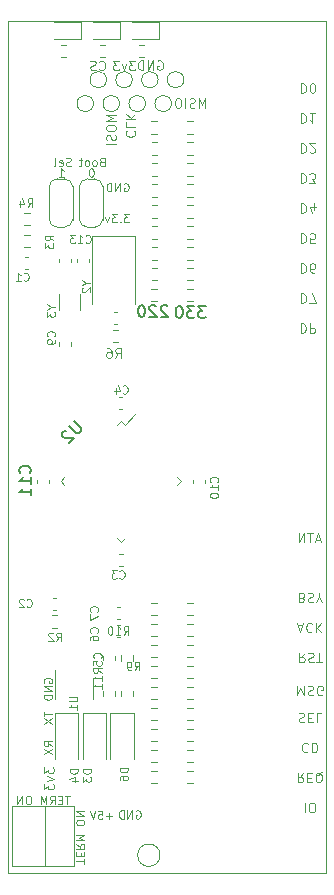
<source format=gbr>
%TF.GenerationSoftware,KiCad,Pcbnew,(5.1.9-16-g1737927814)-1*%
%TF.CreationDate,2021-07-07T15:11:54-05:00*%
%TF.ProjectId,bluepill_scsi,626c7565-7069-46c6-9c5f-736373692e6b,rev?*%
%TF.SameCoordinates,Original*%
%TF.FileFunction,Legend,Bot*%
%TF.FilePolarity,Positive*%
%FSLAX46Y46*%
G04 Gerber Fmt 4.6, Leading zero omitted, Abs format (unit mm)*
G04 Created by KiCad (PCBNEW (5.1.9-16-g1737927814)-1) date 2021-07-07 15:11:54*
%MOMM*%
%LPD*%
G01*
G04 APERTURE LIST*
%ADD10C,0.100000*%
%ADD11C,0.120000*%
%ADD12C,0.150000*%
%TA.AperFunction,Profile*%
%ADD13C,0.050000*%
%TD*%
G04 APERTURE END LIST*
D10*
X93118733Y-147656266D02*
X93118733Y-147256266D01*
X92418733Y-147456266D02*
X93118733Y-147456266D01*
X92785400Y-147022933D02*
X92785400Y-146789600D01*
X92418733Y-146689600D02*
X92418733Y-147022933D01*
X93118733Y-147022933D01*
X93118733Y-146689600D01*
X92418733Y-145989600D02*
X92752066Y-146222933D01*
X92418733Y-146389600D02*
X93118733Y-146389600D01*
X93118733Y-146122933D01*
X93085400Y-146056266D01*
X93052066Y-146022933D01*
X92985400Y-145989600D01*
X92885400Y-145989600D01*
X92818733Y-146022933D01*
X92785400Y-146056266D01*
X92752066Y-146122933D01*
X92752066Y-146389600D01*
X92418733Y-145689600D02*
X93118733Y-145689600D01*
X92618733Y-145456266D01*
X93118733Y-145222933D01*
X92418733Y-145222933D01*
X93118733Y-144222933D02*
X93118733Y-144089600D01*
X93085400Y-144022933D01*
X93018733Y-143956266D01*
X92885400Y-143922933D01*
X92652066Y-143922933D01*
X92518733Y-143956266D01*
X92452066Y-144022933D01*
X92418733Y-144089600D01*
X92418733Y-144222933D01*
X92452066Y-144289600D01*
X92518733Y-144356266D01*
X92652066Y-144389600D01*
X92885400Y-144389600D01*
X93018733Y-144356266D01*
X93085400Y-144289600D01*
X93118733Y-144222933D01*
X92418733Y-143622933D02*
X93118733Y-143622933D01*
X92418733Y-143222933D01*
X93118733Y-143222933D01*
D11*
X89789000Y-147843240D02*
X89789000Y-142808960D01*
X87000080Y-142793720D02*
X87005160Y-142793720D01*
X87000080Y-147883880D02*
X87000080Y-142793720D01*
X92191840Y-147883880D02*
X87000080Y-147883880D01*
X92191840Y-142793720D02*
X87005160Y-142793720D01*
X92191840Y-147883880D02*
X92191840Y-142793720D01*
D10*
X96701645Y-85606830D02*
X96663550Y-85644925D01*
X96625455Y-85759211D01*
X96625455Y-85835401D01*
X96663550Y-85949687D01*
X96739740Y-86025878D01*
X96815931Y-86063973D01*
X96968312Y-86102068D01*
X97082598Y-86102068D01*
X97234979Y-86063973D01*
X97311169Y-86025878D01*
X97387360Y-85949687D01*
X97425455Y-85835401D01*
X97425455Y-85759211D01*
X97387360Y-85644925D01*
X97349264Y-85606830D01*
X96625455Y-84883020D02*
X96625455Y-85263973D01*
X97425455Y-85263973D01*
X96625455Y-84616354D02*
X97425455Y-84616354D01*
X96625455Y-84159211D02*
X97082598Y-84502068D01*
X97425455Y-84159211D02*
X96968312Y-84616354D01*
X103344822Y-83653584D02*
X103344822Y-82853584D01*
X103078156Y-83425013D01*
X102811489Y-82853584D01*
X102811489Y-83653584D01*
X102468632Y-83615489D02*
X102354346Y-83653584D01*
X102163870Y-83653584D01*
X102087680Y-83615489D01*
X102049584Y-83577394D01*
X102011489Y-83501203D01*
X102011489Y-83425013D01*
X102049584Y-83348822D01*
X102087680Y-83310727D01*
X102163870Y-83272632D01*
X102316251Y-83234537D01*
X102392441Y-83196441D01*
X102430537Y-83158346D01*
X102468632Y-83082156D01*
X102468632Y-83005965D01*
X102430537Y-82929775D01*
X102392441Y-82891680D01*
X102316251Y-82853584D01*
X102125775Y-82853584D01*
X102011489Y-82891680D01*
X101668632Y-83653584D02*
X101668632Y-82853584D01*
X101135299Y-82853584D02*
X100982918Y-82853584D01*
X100906727Y-82891680D01*
X100830537Y-82967870D01*
X100792441Y-83120251D01*
X100792441Y-83386918D01*
X100830537Y-83539299D01*
X100906727Y-83615489D01*
X100982918Y-83653584D01*
X101135299Y-83653584D01*
X101211489Y-83615489D01*
X101287680Y-83539299D01*
X101325775Y-83386918D01*
X101325775Y-83120251D01*
X101287680Y-82967870D01*
X101211489Y-82891680D01*
X101135299Y-82853584D01*
X95769384Y-84239257D02*
X94969384Y-84239257D01*
X95540813Y-84505923D01*
X94969384Y-84772590D01*
X95769384Y-84772590D01*
X94969384Y-85305923D02*
X94969384Y-85458304D01*
X95007480Y-85534495D01*
X95083670Y-85610685D01*
X95236051Y-85648780D01*
X95502718Y-85648780D01*
X95655099Y-85610685D01*
X95731289Y-85534495D01*
X95769384Y-85458304D01*
X95769384Y-85305923D01*
X95731289Y-85229733D01*
X95655099Y-85153542D01*
X95502718Y-85115447D01*
X95236051Y-85115447D01*
X95083670Y-85153542D01*
X95007480Y-85229733D01*
X94969384Y-85305923D01*
X95731289Y-85953542D02*
X95769384Y-86067828D01*
X95769384Y-86258304D01*
X95731289Y-86334495D01*
X95693194Y-86372590D01*
X95617003Y-86410685D01*
X95540813Y-86410685D01*
X95464622Y-86372590D01*
X95426527Y-86334495D01*
X95388432Y-86258304D01*
X95350337Y-86105923D01*
X95312241Y-86029733D01*
X95274146Y-85991638D01*
X95197956Y-85953542D01*
X95121765Y-85953542D01*
X95045575Y-85991638D01*
X95007480Y-86029733D01*
X94969384Y-86105923D01*
X94969384Y-86296400D01*
X95007480Y-86410685D01*
X95769384Y-86753542D02*
X94969384Y-86753542D01*
X99308843Y-79686200D02*
X99385034Y-79648104D01*
X99499320Y-79648104D01*
X99613605Y-79686200D01*
X99689796Y-79762390D01*
X99727891Y-79838580D01*
X99765986Y-79990961D01*
X99765986Y-80105247D01*
X99727891Y-80257628D01*
X99689796Y-80333819D01*
X99613605Y-80410009D01*
X99499320Y-80448104D01*
X99423129Y-80448104D01*
X99308843Y-80410009D01*
X99270748Y-80371914D01*
X99270748Y-80105247D01*
X99423129Y-80105247D01*
X98927891Y-80448104D02*
X98927891Y-79648104D01*
X98470748Y-80448104D01*
X98470748Y-79648104D01*
X98089796Y-80448104D02*
X98089796Y-79648104D01*
X97899320Y-79648104D01*
X97785034Y-79686200D01*
X97708843Y-79762390D01*
X97670748Y-79838580D01*
X97632653Y-79990961D01*
X97632653Y-80105247D01*
X97670748Y-80257628D01*
X97708843Y-80333819D01*
X97785034Y-80410009D01*
X97899320Y-80448104D01*
X98089796Y-80448104D01*
X97411420Y-79688744D02*
X96916182Y-79688744D01*
X97182849Y-79993506D01*
X97068563Y-79993506D01*
X96992373Y-80031601D01*
X96954278Y-80069697D01*
X96916182Y-80145887D01*
X96916182Y-80336363D01*
X96954278Y-80412554D01*
X96992373Y-80450649D01*
X97068563Y-80488744D01*
X97297135Y-80488744D01*
X97373325Y-80450649D01*
X97411420Y-80412554D01*
X96649516Y-79955411D02*
X96459040Y-80488744D01*
X96268563Y-79955411D01*
X96039992Y-79688744D02*
X95544754Y-79688744D01*
X95811420Y-79993506D01*
X95697135Y-79993506D01*
X95620944Y-80031601D01*
X95582849Y-80069697D01*
X95544754Y-80145887D01*
X95544754Y-80336363D01*
X95582849Y-80412554D01*
X95620944Y-80450649D01*
X95697135Y-80488744D01*
X95925706Y-80488744D01*
X96001897Y-80450649D01*
X96039992Y-80412554D01*
X90970760Y-89490986D02*
X91370760Y-89490986D01*
X91170760Y-89490986D02*
X91170760Y-88790986D01*
X91237426Y-88890986D01*
X91304093Y-88957653D01*
X91370760Y-88990986D01*
X91867706Y-141917626D02*
X91467706Y-141917626D01*
X91667706Y-142617626D02*
X91667706Y-141917626D01*
X91234373Y-142250960D02*
X91001040Y-142250960D01*
X90901040Y-142617626D02*
X91234373Y-142617626D01*
X91234373Y-141917626D01*
X90901040Y-141917626D01*
X90201040Y-142617626D02*
X90434373Y-142284293D01*
X90601040Y-142617626D02*
X90601040Y-141917626D01*
X90334373Y-141917626D01*
X90267706Y-141950960D01*
X90234373Y-141984293D01*
X90201040Y-142050960D01*
X90201040Y-142150960D01*
X90234373Y-142217626D01*
X90267706Y-142250960D01*
X90334373Y-142284293D01*
X90601040Y-142284293D01*
X89901040Y-142617626D02*
X89901040Y-141917626D01*
X89667706Y-142417626D01*
X89434373Y-141917626D01*
X89434373Y-142617626D01*
X88434373Y-141917626D02*
X88301040Y-141917626D01*
X88234373Y-141950960D01*
X88167706Y-142017626D01*
X88134373Y-142150960D01*
X88134373Y-142384293D01*
X88167706Y-142517626D01*
X88234373Y-142584293D01*
X88301040Y-142617626D01*
X88434373Y-142617626D01*
X88501040Y-142584293D01*
X88567706Y-142517626D01*
X88601040Y-142384293D01*
X88601040Y-142150960D01*
X88567706Y-142017626D01*
X88501040Y-141950960D01*
X88434373Y-141917626D01*
X87834373Y-142617626D02*
X87834373Y-141917626D01*
X87434373Y-142617626D01*
X87434373Y-141917626D01*
X96890080Y-92651786D02*
X96456746Y-92651786D01*
X96690080Y-92918453D01*
X96590080Y-92918453D01*
X96523413Y-92951786D01*
X96490080Y-92985120D01*
X96456746Y-93051786D01*
X96456746Y-93218453D01*
X96490080Y-93285120D01*
X96523413Y-93318453D01*
X96590080Y-93351786D01*
X96790080Y-93351786D01*
X96856746Y-93318453D01*
X96890080Y-93285120D01*
X96156746Y-93285120D02*
X96123413Y-93318453D01*
X96156746Y-93351786D01*
X96190080Y-93318453D01*
X96156746Y-93285120D01*
X96156746Y-93351786D01*
X95890080Y-92651786D02*
X95456746Y-92651786D01*
X95690080Y-92918453D01*
X95590080Y-92918453D01*
X95523413Y-92951786D01*
X95490080Y-92985120D01*
X95456746Y-93051786D01*
X95456746Y-93218453D01*
X95490080Y-93285120D01*
X95523413Y-93318453D01*
X95590080Y-93351786D01*
X95790080Y-93351786D01*
X95856746Y-93318453D01*
X95890080Y-93285120D01*
X95223413Y-92885120D02*
X95056746Y-93351786D01*
X94890080Y-92885120D01*
X96458973Y-90074000D02*
X96525640Y-90040666D01*
X96625640Y-90040666D01*
X96725640Y-90074000D01*
X96792306Y-90140666D01*
X96825640Y-90207333D01*
X96858973Y-90340666D01*
X96858973Y-90440666D01*
X96825640Y-90574000D01*
X96792306Y-90640666D01*
X96725640Y-90707333D01*
X96625640Y-90740666D01*
X96558973Y-90740666D01*
X96458973Y-90707333D01*
X96425640Y-90674000D01*
X96425640Y-90440666D01*
X96558973Y-90440666D01*
X96125640Y-90740666D02*
X96125640Y-90040666D01*
X95725640Y-90740666D01*
X95725640Y-90040666D01*
X95392306Y-90740666D02*
X95392306Y-90040666D01*
X95225640Y-90040666D01*
X95125640Y-90074000D01*
X95058973Y-90140666D01*
X95025640Y-90207333D01*
X94992306Y-90340666D01*
X94992306Y-90440666D01*
X95025640Y-90574000D01*
X95058973Y-90640666D01*
X95125640Y-90707333D01*
X95225640Y-90740666D01*
X95392306Y-90740666D01*
X93728853Y-88790986D02*
X93662186Y-88790986D01*
X93595520Y-88824320D01*
X93562186Y-88857653D01*
X93528853Y-88924320D01*
X93495520Y-89057653D01*
X93495520Y-89224320D01*
X93528853Y-89357653D01*
X93562186Y-89424320D01*
X93595520Y-89457653D01*
X93662186Y-89490986D01*
X93728853Y-89490986D01*
X93795520Y-89457653D01*
X93828853Y-89424320D01*
X93862186Y-89357653D01*
X93895520Y-89224320D01*
X93895520Y-89057653D01*
X93862186Y-88924320D01*
X93828853Y-88857653D01*
X93795520Y-88824320D01*
X93728853Y-88790986D01*
X94581746Y-88208960D02*
X94481746Y-88242293D01*
X94448413Y-88275626D01*
X94415080Y-88342293D01*
X94415080Y-88442293D01*
X94448413Y-88508960D01*
X94481746Y-88542293D01*
X94548413Y-88575626D01*
X94815080Y-88575626D01*
X94815080Y-87875626D01*
X94581746Y-87875626D01*
X94515080Y-87908960D01*
X94481746Y-87942293D01*
X94448413Y-88008960D01*
X94448413Y-88075626D01*
X94481746Y-88142293D01*
X94515080Y-88175626D01*
X94581746Y-88208960D01*
X94815080Y-88208960D01*
X94015080Y-88575626D02*
X94081746Y-88542293D01*
X94115080Y-88508960D01*
X94148413Y-88442293D01*
X94148413Y-88242293D01*
X94115080Y-88175626D01*
X94081746Y-88142293D01*
X94015080Y-88108960D01*
X93915080Y-88108960D01*
X93848413Y-88142293D01*
X93815080Y-88175626D01*
X93781746Y-88242293D01*
X93781746Y-88442293D01*
X93815080Y-88508960D01*
X93848413Y-88542293D01*
X93915080Y-88575626D01*
X94015080Y-88575626D01*
X93381746Y-88575626D02*
X93448413Y-88542293D01*
X93481746Y-88508960D01*
X93515080Y-88442293D01*
X93515080Y-88242293D01*
X93481746Y-88175626D01*
X93448413Y-88142293D01*
X93381746Y-88108960D01*
X93281746Y-88108960D01*
X93215080Y-88142293D01*
X93181746Y-88175626D01*
X93148413Y-88242293D01*
X93148413Y-88442293D01*
X93181746Y-88508960D01*
X93215080Y-88542293D01*
X93281746Y-88575626D01*
X93381746Y-88575626D01*
X92948413Y-88108960D02*
X92681746Y-88108960D01*
X92848413Y-87875626D02*
X92848413Y-88475626D01*
X92815080Y-88542293D01*
X92748413Y-88575626D01*
X92681746Y-88575626D01*
X91948413Y-88542293D02*
X91848413Y-88575626D01*
X91681746Y-88575626D01*
X91615080Y-88542293D01*
X91581746Y-88508960D01*
X91548413Y-88442293D01*
X91548413Y-88375626D01*
X91581746Y-88308960D01*
X91615080Y-88275626D01*
X91681746Y-88242293D01*
X91815080Y-88208960D01*
X91881746Y-88175626D01*
X91915080Y-88142293D01*
X91948413Y-88075626D01*
X91948413Y-88008960D01*
X91915080Y-87942293D01*
X91881746Y-87908960D01*
X91815080Y-87875626D01*
X91648413Y-87875626D01*
X91548413Y-87908960D01*
X90981746Y-88542293D02*
X91048413Y-88575626D01*
X91181746Y-88575626D01*
X91248413Y-88542293D01*
X91281746Y-88475626D01*
X91281746Y-88208960D01*
X91248413Y-88142293D01*
X91181746Y-88108960D01*
X91048413Y-88108960D01*
X90981746Y-88142293D01*
X90948413Y-88208960D01*
X90948413Y-88275626D01*
X91281746Y-88342293D01*
X90548413Y-88575626D02*
X90615080Y-88542293D01*
X90648413Y-88475626D01*
X90648413Y-87875626D01*
X94377493Y-80392234D02*
X94415588Y-80430329D01*
X94529874Y-80468424D01*
X94606064Y-80468424D01*
X94720350Y-80430329D01*
X94796540Y-80354139D01*
X94834636Y-80277948D01*
X94872731Y-80125567D01*
X94872731Y-80011281D01*
X94834636Y-79858900D01*
X94796540Y-79782710D01*
X94720350Y-79706520D01*
X94606064Y-79668424D01*
X94529874Y-79668424D01*
X94415588Y-79706520D01*
X94377493Y-79744615D01*
X94072731Y-80430329D02*
X93958445Y-80468424D01*
X93767969Y-80468424D01*
X93691779Y-80430329D01*
X93653683Y-80392234D01*
X93615588Y-80316043D01*
X93615588Y-80239853D01*
X93653683Y-80163662D01*
X93691779Y-80125567D01*
X93767969Y-80087472D01*
X93920350Y-80049377D01*
X93996540Y-80011281D01*
X94034636Y-79973186D01*
X94072731Y-79896996D01*
X94072731Y-79820805D01*
X94034636Y-79744615D01*
X93996540Y-79706520D01*
X93920350Y-79668424D01*
X93729874Y-79668424D01*
X93615588Y-79706520D01*
X89727680Y-132318826D02*
X89694346Y-132252160D01*
X89694346Y-132152160D01*
X89727680Y-132052160D01*
X89794346Y-131985493D01*
X89861013Y-131952160D01*
X89994346Y-131918826D01*
X90094346Y-131918826D01*
X90227680Y-131952160D01*
X90294346Y-131985493D01*
X90361013Y-132052160D01*
X90394346Y-132152160D01*
X90394346Y-132218826D01*
X90361013Y-132318826D01*
X90327680Y-132352160D01*
X90094346Y-132352160D01*
X90094346Y-132218826D01*
X90394346Y-132652160D02*
X89694346Y-132652160D01*
X90394346Y-133052160D01*
X89694346Y-133052160D01*
X90394346Y-133385493D02*
X89694346Y-133385493D01*
X89694346Y-133552160D01*
X89727680Y-133652160D01*
X89794346Y-133718826D01*
X89861013Y-133752160D01*
X89994346Y-133785493D01*
X90094346Y-133785493D01*
X90227680Y-133752160D01*
X90294346Y-133718826D01*
X90361013Y-133652160D01*
X90394346Y-133552160D01*
X90394346Y-133385493D01*
X89711584Y-139499459D02*
X89711584Y-139994697D01*
X90016346Y-139728030D01*
X90016346Y-139842316D01*
X90054441Y-139918506D01*
X90092537Y-139956601D01*
X90168727Y-139994697D01*
X90359203Y-139994697D01*
X90435394Y-139956601D01*
X90473489Y-139918506D01*
X90511584Y-139842316D01*
X90511584Y-139613744D01*
X90473489Y-139537554D01*
X90435394Y-139499459D01*
X89978251Y-140261363D02*
X90511584Y-140451840D01*
X89978251Y-140642316D01*
X89711584Y-140870887D02*
X89711584Y-141366125D01*
X90016346Y-141099459D01*
X90016346Y-141213744D01*
X90054441Y-141289935D01*
X90092537Y-141328030D01*
X90168727Y-141366125D01*
X90359203Y-141366125D01*
X90435394Y-141328030D01*
X90473489Y-141289935D01*
X90511584Y-141213744D01*
X90511584Y-140985173D01*
X90473489Y-140908982D01*
X90435394Y-140870887D01*
X90394346Y-137688493D02*
X90061013Y-137455160D01*
X90394346Y-137288493D02*
X89694346Y-137288493D01*
X89694346Y-137555160D01*
X89727680Y-137621826D01*
X89761013Y-137655160D01*
X89827680Y-137688493D01*
X89927680Y-137688493D01*
X89994346Y-137655160D01*
X90027680Y-137621826D01*
X90061013Y-137555160D01*
X90061013Y-137288493D01*
X89694346Y-137921826D02*
X90394346Y-138388493D01*
X89694346Y-138388493D02*
X90394346Y-137921826D01*
X89694346Y-134772466D02*
X89694346Y-135172466D01*
X90394346Y-134972466D02*
X89694346Y-134972466D01*
X89694346Y-135339133D02*
X90394346Y-135805800D01*
X89694346Y-135805800D02*
X90394346Y-135339133D01*
X97490213Y-143170160D02*
X97556880Y-143136826D01*
X97656880Y-143136826D01*
X97756880Y-143170160D01*
X97823546Y-143236826D01*
X97856880Y-143303493D01*
X97890213Y-143436826D01*
X97890213Y-143536826D01*
X97856880Y-143670160D01*
X97823546Y-143736826D01*
X97756880Y-143803493D01*
X97656880Y-143836826D01*
X97590213Y-143836826D01*
X97490213Y-143803493D01*
X97456880Y-143770160D01*
X97456880Y-143536826D01*
X97590213Y-143536826D01*
X97156880Y-143836826D02*
X97156880Y-143136826D01*
X96756880Y-143836826D01*
X96756880Y-143136826D01*
X96423546Y-143836826D02*
X96423546Y-143136826D01*
X96256880Y-143136826D01*
X96156880Y-143170160D01*
X96090213Y-143236826D01*
X96056880Y-143303493D01*
X96023546Y-143436826D01*
X96023546Y-143536826D01*
X96056880Y-143670160D01*
X96090213Y-143736826D01*
X96156880Y-143803493D01*
X96256880Y-143836826D01*
X96423546Y-143836826D01*
X95474360Y-143626040D02*
X94941026Y-143626040D01*
X95207693Y-143892706D02*
X95207693Y-143359373D01*
X94274360Y-143192706D02*
X94607693Y-143192706D01*
X94641026Y-143526040D01*
X94607693Y-143492706D01*
X94541026Y-143459373D01*
X94374360Y-143459373D01*
X94307693Y-143492706D01*
X94274360Y-143526040D01*
X94241026Y-143592706D01*
X94241026Y-143759373D01*
X94274360Y-143826040D01*
X94307693Y-143859373D01*
X94374360Y-143892706D01*
X94541026Y-143892706D01*
X94607693Y-143859373D01*
X94641026Y-143826040D01*
X94041026Y-143192706D02*
X93807693Y-143892706D01*
X93574360Y-143192706D01*
X111428603Y-81593735D02*
X111428603Y-82393735D01*
X111619080Y-82393735D01*
X111733365Y-82355640D01*
X111809556Y-82279449D01*
X111847651Y-82203259D01*
X111885746Y-82050878D01*
X111885746Y-81936592D01*
X111847651Y-81784211D01*
X111809556Y-81708020D01*
X111733365Y-81631830D01*
X111619080Y-81593735D01*
X111428603Y-81593735D01*
X112380984Y-82393735D02*
X112457175Y-82393735D01*
X112533365Y-82355640D01*
X112571460Y-82317544D01*
X112609556Y-82241354D01*
X112647651Y-82088973D01*
X112647651Y-81898497D01*
X112609556Y-81746116D01*
X112571460Y-81669925D01*
X112533365Y-81631830D01*
X112457175Y-81593735D01*
X112380984Y-81593735D01*
X112304794Y-81631830D01*
X112266699Y-81669925D01*
X112228603Y-81746116D01*
X112190508Y-81898497D01*
X112190508Y-82088973D01*
X112228603Y-82241354D01*
X112266699Y-82317544D01*
X112304794Y-82355640D01*
X112380984Y-82393735D01*
X111428603Y-84133735D02*
X111428603Y-84933735D01*
X111619080Y-84933735D01*
X111733365Y-84895640D01*
X111809556Y-84819449D01*
X111847651Y-84743259D01*
X111885746Y-84590878D01*
X111885746Y-84476592D01*
X111847651Y-84324211D01*
X111809556Y-84248020D01*
X111733365Y-84171830D01*
X111619080Y-84133735D01*
X111428603Y-84133735D01*
X112647651Y-84133735D02*
X112190508Y-84133735D01*
X112419080Y-84133735D02*
X112419080Y-84933735D01*
X112342889Y-84819449D01*
X112266699Y-84743259D01*
X112190508Y-84705163D01*
X111428603Y-86673735D02*
X111428603Y-87473735D01*
X111619080Y-87473735D01*
X111733365Y-87435640D01*
X111809556Y-87359449D01*
X111847651Y-87283259D01*
X111885746Y-87130878D01*
X111885746Y-87016592D01*
X111847651Y-86864211D01*
X111809556Y-86788020D01*
X111733365Y-86711830D01*
X111619080Y-86673735D01*
X111428603Y-86673735D01*
X112190508Y-87397544D02*
X112228603Y-87435640D01*
X112304794Y-87473735D01*
X112495270Y-87473735D01*
X112571460Y-87435640D01*
X112609556Y-87397544D01*
X112647651Y-87321354D01*
X112647651Y-87245163D01*
X112609556Y-87130878D01*
X112152413Y-86673735D01*
X112647651Y-86673735D01*
X111428603Y-89213735D02*
X111428603Y-90013735D01*
X111619080Y-90013735D01*
X111733365Y-89975640D01*
X111809556Y-89899449D01*
X111847651Y-89823259D01*
X111885746Y-89670878D01*
X111885746Y-89556592D01*
X111847651Y-89404211D01*
X111809556Y-89328020D01*
X111733365Y-89251830D01*
X111619080Y-89213735D01*
X111428603Y-89213735D01*
X112152413Y-90013735D02*
X112647651Y-90013735D01*
X112380984Y-89708973D01*
X112495270Y-89708973D01*
X112571460Y-89670878D01*
X112609556Y-89632782D01*
X112647651Y-89556592D01*
X112647651Y-89366116D01*
X112609556Y-89289925D01*
X112571460Y-89251830D01*
X112495270Y-89213735D01*
X112266699Y-89213735D01*
X112190508Y-89251830D01*
X112152413Y-89289925D01*
X111428603Y-91753735D02*
X111428603Y-92553735D01*
X111619080Y-92553735D01*
X111733365Y-92515640D01*
X111809556Y-92439449D01*
X111847651Y-92363259D01*
X111885746Y-92210878D01*
X111885746Y-92096592D01*
X111847651Y-91944211D01*
X111809556Y-91868020D01*
X111733365Y-91791830D01*
X111619080Y-91753735D01*
X111428603Y-91753735D01*
X112571460Y-92287068D02*
X112571460Y-91753735D01*
X112380984Y-92591830D02*
X112190508Y-92020401D01*
X112685746Y-92020401D01*
X111428603Y-94293735D02*
X111428603Y-95093735D01*
X111619080Y-95093735D01*
X111733365Y-95055640D01*
X111809556Y-94979449D01*
X111847651Y-94903259D01*
X111885746Y-94750878D01*
X111885746Y-94636592D01*
X111847651Y-94484211D01*
X111809556Y-94408020D01*
X111733365Y-94331830D01*
X111619080Y-94293735D01*
X111428603Y-94293735D01*
X112609556Y-95093735D02*
X112228603Y-95093735D01*
X112190508Y-94712782D01*
X112228603Y-94750878D01*
X112304794Y-94788973D01*
X112495270Y-94788973D01*
X112571460Y-94750878D01*
X112609556Y-94712782D01*
X112647651Y-94636592D01*
X112647651Y-94446116D01*
X112609556Y-94369925D01*
X112571460Y-94331830D01*
X112495270Y-94293735D01*
X112304794Y-94293735D01*
X112228603Y-94331830D01*
X112190508Y-94369925D01*
X111428603Y-96833735D02*
X111428603Y-97633735D01*
X111619080Y-97633735D01*
X111733365Y-97595640D01*
X111809556Y-97519449D01*
X111847651Y-97443259D01*
X111885746Y-97290878D01*
X111885746Y-97176592D01*
X111847651Y-97024211D01*
X111809556Y-96948020D01*
X111733365Y-96871830D01*
X111619080Y-96833735D01*
X111428603Y-96833735D01*
X112571460Y-97633735D02*
X112419080Y-97633735D01*
X112342889Y-97595640D01*
X112304794Y-97557544D01*
X112228603Y-97443259D01*
X112190508Y-97290878D01*
X112190508Y-96986116D01*
X112228603Y-96909925D01*
X112266699Y-96871830D01*
X112342889Y-96833735D01*
X112495270Y-96833735D01*
X112571460Y-96871830D01*
X112609556Y-96909925D01*
X112647651Y-96986116D01*
X112647651Y-97176592D01*
X112609556Y-97252782D01*
X112571460Y-97290878D01*
X112495270Y-97328973D01*
X112342889Y-97328973D01*
X112266699Y-97290878D01*
X112228603Y-97252782D01*
X112190508Y-97176592D01*
X111428603Y-99373735D02*
X111428603Y-100173735D01*
X111619080Y-100173735D01*
X111733365Y-100135640D01*
X111809556Y-100059449D01*
X111847651Y-99983259D01*
X111885746Y-99830878D01*
X111885746Y-99716592D01*
X111847651Y-99564211D01*
X111809556Y-99488020D01*
X111733365Y-99411830D01*
X111619080Y-99373735D01*
X111428603Y-99373735D01*
X112152413Y-100173735D02*
X112685746Y-100173735D01*
X112342889Y-99373735D01*
X111409556Y-101913735D02*
X111409556Y-102713735D01*
X111600032Y-102713735D01*
X111714318Y-102675640D01*
X111790508Y-102599449D01*
X111828603Y-102523259D01*
X111866699Y-102370878D01*
X111866699Y-102256592D01*
X111828603Y-102104211D01*
X111790508Y-102028020D01*
X111714318Y-101951830D01*
X111600032Y-101913735D01*
X111409556Y-101913735D01*
X112209556Y-101913735D02*
X112209556Y-102713735D01*
X112514318Y-102713735D01*
X112590508Y-102675640D01*
X112628603Y-102637544D01*
X112666699Y-102561354D01*
X112666699Y-102447068D01*
X112628603Y-102370878D01*
X112590508Y-102332782D01*
X112514318Y-102294687D01*
X112209556Y-102294687D01*
X113065445Y-120214373D02*
X112684493Y-120214373D01*
X113141636Y-120442944D02*
X112874969Y-119642944D01*
X112608302Y-120442944D01*
X112455921Y-119642944D02*
X111998779Y-119642944D01*
X112227350Y-120442944D02*
X112227350Y-119642944D01*
X111732112Y-120442944D02*
X111732112Y-119642944D01*
X111274969Y-120442944D01*
X111274969Y-119642944D01*
X111520053Y-125131822D02*
X111634339Y-125093727D01*
X111672434Y-125055632D01*
X111710529Y-124979441D01*
X111710529Y-124865156D01*
X111672434Y-124788965D01*
X111634339Y-124750870D01*
X111558148Y-124712775D01*
X111253386Y-124712775D01*
X111253386Y-125512775D01*
X111520053Y-125512775D01*
X111596243Y-125474680D01*
X111634339Y-125436584D01*
X111672434Y-125360394D01*
X111672434Y-125284203D01*
X111634339Y-125208013D01*
X111596243Y-125169918D01*
X111520053Y-125131822D01*
X111253386Y-125131822D01*
X112015291Y-124750870D02*
X112129577Y-124712775D01*
X112320053Y-124712775D01*
X112396243Y-124750870D01*
X112434339Y-124788965D01*
X112472434Y-124865156D01*
X112472434Y-124941346D01*
X112434339Y-125017537D01*
X112396243Y-125055632D01*
X112320053Y-125093727D01*
X112167672Y-125131822D01*
X112091481Y-125169918D01*
X112053386Y-125208013D01*
X112015291Y-125284203D01*
X112015291Y-125360394D01*
X112053386Y-125436584D01*
X112091481Y-125474680D01*
X112167672Y-125512775D01*
X112358148Y-125512775D01*
X112472434Y-125474680D01*
X112967672Y-125093727D02*
X112967672Y-124712775D01*
X112701005Y-125512775D02*
X112967672Y-125093727D01*
X113234339Y-125512775D01*
X111196243Y-127481346D02*
X111577196Y-127481346D01*
X111120053Y-127252775D02*
X111386720Y-128052775D01*
X111653386Y-127252775D01*
X112377196Y-127328965D02*
X112339100Y-127290870D01*
X112224815Y-127252775D01*
X112148624Y-127252775D01*
X112034339Y-127290870D01*
X111958148Y-127367060D01*
X111920053Y-127443251D01*
X111881958Y-127595632D01*
X111881958Y-127709918D01*
X111920053Y-127862299D01*
X111958148Y-127938489D01*
X112034339Y-128014680D01*
X112148624Y-128052775D01*
X112224815Y-128052775D01*
X112339100Y-128014680D01*
X112377196Y-127976584D01*
X112720053Y-127252775D02*
X112720053Y-128052775D01*
X113177196Y-127252775D02*
X112834339Y-127709918D01*
X113177196Y-128052775D02*
X112720053Y-127595632D01*
X111748624Y-129792775D02*
X111481958Y-130173727D01*
X111291481Y-129792775D02*
X111291481Y-130592775D01*
X111596243Y-130592775D01*
X111672434Y-130554680D01*
X111710529Y-130516584D01*
X111748624Y-130440394D01*
X111748624Y-130326108D01*
X111710529Y-130249918D01*
X111672434Y-130211822D01*
X111596243Y-130173727D01*
X111291481Y-130173727D01*
X112053386Y-129830870D02*
X112167672Y-129792775D01*
X112358148Y-129792775D01*
X112434339Y-129830870D01*
X112472434Y-129868965D01*
X112510529Y-129945156D01*
X112510529Y-130021346D01*
X112472434Y-130097537D01*
X112434339Y-130135632D01*
X112358148Y-130173727D01*
X112205767Y-130211822D01*
X112129577Y-130249918D01*
X112091481Y-130288013D01*
X112053386Y-130364203D01*
X112053386Y-130440394D01*
X112091481Y-130516584D01*
X112129577Y-130554680D01*
X112205767Y-130592775D01*
X112396243Y-130592775D01*
X112510529Y-130554680D01*
X112739100Y-130592775D02*
X113196243Y-130592775D01*
X112967672Y-129792775D02*
X112967672Y-130592775D01*
X111139100Y-132586775D02*
X111139100Y-133386775D01*
X111405767Y-132815346D01*
X111672434Y-133386775D01*
X111672434Y-132586775D01*
X112015291Y-132624870D02*
X112129577Y-132586775D01*
X112320053Y-132586775D01*
X112396243Y-132624870D01*
X112434339Y-132662965D01*
X112472434Y-132739156D01*
X112472434Y-132815346D01*
X112434339Y-132891537D01*
X112396243Y-132929632D01*
X112320053Y-132967727D01*
X112167672Y-133005822D01*
X112091481Y-133043918D01*
X112053386Y-133082013D01*
X112015291Y-133158203D01*
X112015291Y-133234394D01*
X112053386Y-133310584D01*
X112091481Y-133348680D01*
X112167672Y-133386775D01*
X112358148Y-133386775D01*
X112472434Y-133348680D01*
X113234339Y-133348680D02*
X113158148Y-133386775D01*
X113043862Y-133386775D01*
X112929577Y-133348680D01*
X112853386Y-133272489D01*
X112815291Y-133196299D01*
X112777196Y-133043918D01*
X112777196Y-132929632D01*
X112815291Y-132777251D01*
X112853386Y-132701060D01*
X112929577Y-132624870D01*
X113043862Y-132586775D01*
X113120053Y-132586775D01*
X113234339Y-132624870D01*
X113272434Y-132662965D01*
X113272434Y-132929632D01*
X113120053Y-132929632D01*
X111272434Y-134910870D02*
X111386720Y-134872775D01*
X111577196Y-134872775D01*
X111653386Y-134910870D01*
X111691481Y-134948965D01*
X111729577Y-135025156D01*
X111729577Y-135101346D01*
X111691481Y-135177537D01*
X111653386Y-135215632D01*
X111577196Y-135253727D01*
X111424815Y-135291822D01*
X111348624Y-135329918D01*
X111310529Y-135368013D01*
X111272434Y-135444203D01*
X111272434Y-135520394D01*
X111310529Y-135596584D01*
X111348624Y-135634680D01*
X111424815Y-135672775D01*
X111615291Y-135672775D01*
X111729577Y-135634680D01*
X112072434Y-135291822D02*
X112339100Y-135291822D01*
X112453386Y-134872775D02*
X112072434Y-134872775D01*
X112072434Y-135672775D01*
X112453386Y-135672775D01*
X113177196Y-134872775D02*
X112796243Y-134872775D01*
X112796243Y-135672775D01*
X112034339Y-137488965D02*
X111996243Y-137450870D01*
X111881958Y-137412775D01*
X111805767Y-137412775D01*
X111691481Y-137450870D01*
X111615291Y-137527060D01*
X111577196Y-137603251D01*
X111539100Y-137755632D01*
X111539100Y-137869918D01*
X111577196Y-138022299D01*
X111615291Y-138098489D01*
X111691481Y-138174680D01*
X111805767Y-138212775D01*
X111881958Y-138212775D01*
X111996243Y-138174680D01*
X112034339Y-138136584D01*
X112377196Y-137412775D02*
X112377196Y-138212775D01*
X112567672Y-138212775D01*
X112681958Y-138174680D01*
X112758148Y-138098489D01*
X112796243Y-138022299D01*
X112834339Y-137869918D01*
X112834339Y-137755632D01*
X112796243Y-137603251D01*
X112758148Y-137527060D01*
X112681958Y-137450870D01*
X112567672Y-137412775D01*
X112377196Y-137412775D01*
X111653386Y-139952775D02*
X111386720Y-140333727D01*
X111196243Y-139952775D02*
X111196243Y-140752775D01*
X111501005Y-140752775D01*
X111577196Y-140714680D01*
X111615291Y-140676584D01*
X111653386Y-140600394D01*
X111653386Y-140486108D01*
X111615291Y-140409918D01*
X111577196Y-140371822D01*
X111501005Y-140333727D01*
X111196243Y-140333727D01*
X111996243Y-140371822D02*
X112262910Y-140371822D01*
X112377196Y-139952775D02*
X111996243Y-139952775D01*
X111996243Y-140752775D01*
X112377196Y-140752775D01*
X113253386Y-139876584D02*
X113177196Y-139914680D01*
X113101005Y-139990870D01*
X112986720Y-140105156D01*
X112910529Y-140143251D01*
X112834339Y-140143251D01*
X112872434Y-139952775D02*
X112796243Y-139990870D01*
X112720053Y-140067060D01*
X112681958Y-140219441D01*
X112681958Y-140486108D01*
X112720053Y-140638489D01*
X112796243Y-140714680D01*
X112872434Y-140752775D01*
X113024815Y-140752775D01*
X113101005Y-140714680D01*
X113177196Y-140638489D01*
X113215291Y-140486108D01*
X113215291Y-140219441D01*
X113177196Y-140067060D01*
X113101005Y-139990870D01*
X113024815Y-139952775D01*
X112872434Y-139952775D01*
X111767672Y-142492775D02*
X111767672Y-143292775D01*
X112301005Y-143292775D02*
X112453386Y-143292775D01*
X112529577Y-143254680D01*
X112605767Y-143178489D01*
X112643862Y-143026108D01*
X112643862Y-142759441D01*
X112605767Y-142607060D01*
X112529577Y-142530870D01*
X112453386Y-142492775D01*
X112301005Y-142492775D01*
X112224815Y-142530870D01*
X112148624Y-142607060D01*
X112110529Y-142759441D01*
X112110529Y-143026108D01*
X112148624Y-143178489D01*
X112224815Y-143254680D01*
X112301005Y-143292775D01*
D12*
X103373394Y-100442780D02*
X102754346Y-100442780D01*
X103087680Y-100823733D01*
X102944822Y-100823733D01*
X102849584Y-100871352D01*
X102801965Y-100918971D01*
X102754346Y-101014209D01*
X102754346Y-101252304D01*
X102801965Y-101347542D01*
X102849584Y-101395161D01*
X102944822Y-101442780D01*
X103230537Y-101442780D01*
X103325775Y-101395161D01*
X103373394Y-101347542D01*
X102421013Y-100442780D02*
X101801965Y-100442780D01*
X102135299Y-100823733D01*
X101992441Y-100823733D01*
X101897203Y-100871352D01*
X101849584Y-100918971D01*
X101801965Y-101014209D01*
X101801965Y-101252304D01*
X101849584Y-101347542D01*
X101897203Y-101395161D01*
X101992441Y-101442780D01*
X102278156Y-101442780D01*
X102373394Y-101395161D01*
X102421013Y-101347542D01*
X101182918Y-100442780D02*
X101087680Y-100442780D01*
X100992441Y-100490400D01*
X100944822Y-100538019D01*
X100897203Y-100633257D01*
X100849584Y-100823733D01*
X100849584Y-101061828D01*
X100897203Y-101252304D01*
X100944822Y-101347542D01*
X100992441Y-101395161D01*
X101087680Y-101442780D01*
X101182918Y-101442780D01*
X101278156Y-101395161D01*
X101325775Y-101347542D01*
X101373394Y-101252304D01*
X101421013Y-101061828D01*
X101421013Y-100823733D01*
X101373394Y-100633257D01*
X101325775Y-100538019D01*
X101278156Y-100490400D01*
X101182918Y-100442780D01*
D13*
X113538000Y-148475700D02*
X86664800Y-148475700D01*
D12*
X100130455Y-100461819D02*
X100082836Y-100414200D01*
X99987598Y-100366580D01*
X99749502Y-100366580D01*
X99654264Y-100414200D01*
X99606645Y-100461819D01*
X99559026Y-100557057D01*
X99559026Y-100652295D01*
X99606645Y-100795152D01*
X100178074Y-101366580D01*
X99559026Y-101366580D01*
X99178074Y-100461819D02*
X99130455Y-100414200D01*
X99035217Y-100366580D01*
X98797121Y-100366580D01*
X98701883Y-100414200D01*
X98654264Y-100461819D01*
X98606645Y-100557057D01*
X98606645Y-100652295D01*
X98654264Y-100795152D01*
X99225693Y-101366580D01*
X98606645Y-101366580D01*
X97987598Y-100366580D02*
X97892360Y-100366580D01*
X97797121Y-100414200D01*
X97749502Y-100461819D01*
X97701883Y-100557057D01*
X97654264Y-100747533D01*
X97654264Y-100985628D01*
X97701883Y-101176104D01*
X97749502Y-101271342D01*
X97797121Y-101318961D01*
X97892360Y-101366580D01*
X97987598Y-101366580D01*
X98082836Y-101318961D01*
X98130455Y-101271342D01*
X98178074Y-101176104D01*
X98225693Y-100985628D01*
X98225693Y-100747533D01*
X98178074Y-100557057D01*
X98130455Y-100461819D01*
X98082836Y-100414200D01*
X97987598Y-100366580D01*
D13*
X113538000Y-76314300D02*
X86664800Y-76314300D01*
X113538000Y-148475700D02*
X113538000Y-76314300D01*
X86664800Y-148475700D02*
X86664800Y-76314300D01*
D11*
%TO.C,JP3*%
X92675200Y-90319900D02*
X92675200Y-93119900D01*
X93375200Y-93769900D02*
X93975200Y-93769900D01*
X94675200Y-93119900D02*
X94675200Y-90319900D01*
X93975200Y-89669900D02*
X93375200Y-89669900D01*
X93375200Y-89669900D02*
G75*
G03*
X92675200Y-90369900I0J-700000D01*
G01*
X94675200Y-90369900D02*
G75*
G03*
X93975200Y-89669900I-700000J0D01*
G01*
X93975200Y-93769900D02*
G75*
G03*
X94675200Y-93069900I0J700000D01*
G01*
X92675200Y-93069900D02*
G75*
G03*
X93375200Y-93769900I700000J0D01*
G01*
%TO.C,JP4*%
X90120900Y-90319900D02*
X90120900Y-93119900D01*
X90820900Y-93769900D02*
X91420900Y-93769900D01*
X92120900Y-93119900D02*
X92120900Y-90319900D01*
X91420900Y-89669900D02*
X90820900Y-89669900D01*
X90820900Y-89669900D02*
G75*
G03*
X90120900Y-90369900I0J-700000D01*
G01*
X92120900Y-90369900D02*
G75*
G03*
X91420900Y-89669900I-700000J0D01*
G01*
X91420900Y-93769900D02*
G75*
G03*
X92120900Y-93069900I0J700000D01*
G01*
X90120900Y-93069900D02*
G75*
G03*
X90820900Y-93769900I700000J0D01*
G01*
%TO.C,TP13*%
X101536400Y-81280000D02*
G75*
G03*
X101536400Y-81280000I-700000J0D01*
G01*
%TO.C,TP12*%
X100486400Y-83299300D02*
G75*
G03*
X100486400Y-83299300I-700000J0D01*
G01*
%TO.C,TP11*%
X98286400Y-83299300D02*
G75*
G03*
X98286400Y-83299300I-700000J0D01*
G01*
%TO.C,TP10*%
X96086400Y-83299300D02*
G75*
G03*
X96086400Y-83299300I-700000J0D01*
G01*
%TO.C,TP9*%
X94986400Y-81280000D02*
G75*
G03*
X94986400Y-81280000I-700000J0D01*
G01*
%TO.C,TP8*%
X93886400Y-83299300D02*
G75*
G03*
X93886400Y-83299300I-700000J0D01*
G01*
%TO.C,TP7*%
X99353066Y-81280000D02*
G75*
G03*
X99353066Y-81280000I-700000J0D01*
G01*
%TO.C,TP6*%
X97169733Y-81280000D02*
G75*
G03*
X97169733Y-81280000I-700000J0D01*
G01*
%TO.C,D6*%
X95316800Y-134884600D02*
X95316800Y-138784600D01*
X97316800Y-134884600D02*
X97316800Y-138784600D01*
X95316800Y-134884600D02*
X97316800Y-134884600D01*
%TO.C,D4*%
X90605100Y-134884600D02*
X90605100Y-138784600D01*
X92605100Y-134884600D02*
X92605100Y-138784600D01*
X90605100Y-134884600D02*
X92605100Y-134884600D01*
%TO.C,D3*%
X92967300Y-134884600D02*
X92967300Y-138784600D01*
X94967300Y-134884600D02*
X94967300Y-138784600D01*
X92967300Y-134884600D02*
X94967300Y-134884600D01*
%TO.C,R47*%
X102307158Y-97232575D02*
X101832642Y-97232575D01*
X102307158Y-98277575D02*
X101832642Y-98277575D01*
%TO.C,R46*%
X98810042Y-98277575D02*
X99284558Y-98277575D01*
X98810042Y-97232575D02*
X99284558Y-97232575D01*
%TO.C,R45*%
X102307158Y-95457750D02*
X101832642Y-95457750D01*
X102307158Y-96502750D02*
X101832642Y-96502750D01*
%TO.C,R44*%
X98810042Y-96502750D02*
X99284558Y-96502750D01*
X98810042Y-95457750D02*
X99284558Y-95457750D01*
%TO.C,R43*%
X102307158Y-93682925D02*
X101832642Y-93682925D01*
X102307158Y-94727925D02*
X101832642Y-94727925D01*
%TO.C,R42*%
X98810042Y-94727925D02*
X99284558Y-94727925D01*
X98810042Y-93682925D02*
X99284558Y-93682925D01*
%TO.C,R41*%
X102307158Y-91908100D02*
X101832642Y-91908100D01*
X102307158Y-92953100D02*
X101832642Y-92953100D01*
%TO.C,R40*%
X98822742Y-92953100D02*
X99297258Y-92953100D01*
X98822742Y-91908100D02*
X99297258Y-91908100D01*
%TO.C,R39*%
X102307158Y-90133275D02*
X101832642Y-90133275D01*
X102307158Y-91178275D02*
X101832642Y-91178275D01*
%TO.C,R38*%
X98822742Y-91178275D02*
X99297258Y-91178275D01*
X98822742Y-90133275D02*
X99297258Y-90133275D01*
%TO.C,R37*%
X102307158Y-88358450D02*
X101832642Y-88358450D01*
X102307158Y-89403450D02*
X101832642Y-89403450D01*
%TO.C,R36*%
X98822742Y-89403450D02*
X99297258Y-89403450D01*
X98822742Y-88358450D02*
X99297258Y-88358450D01*
%TO.C,R35*%
X102307158Y-86583625D02*
X101832642Y-86583625D01*
X102307158Y-87628625D02*
X101832642Y-87628625D01*
%TO.C,R34*%
X98822742Y-87628625D02*
X99297258Y-87628625D01*
X98822742Y-86583625D02*
X99297258Y-86583625D01*
%TO.C,R33*%
X102307158Y-84808800D02*
X101832642Y-84808800D01*
X102307158Y-85853800D02*
X101832642Y-85853800D01*
%TO.C,R32*%
X98771942Y-85853800D02*
X99246458Y-85853800D01*
X98771942Y-84808800D02*
X99246458Y-84808800D01*
%TO.C,R31*%
X102307158Y-99007400D02*
X101832642Y-99007400D01*
X102307158Y-100052400D02*
X101832642Y-100052400D01*
%TO.C,R30*%
X98771942Y-100052400D02*
X99246458Y-100052400D01*
X98771942Y-99007400D02*
X99246458Y-99007400D01*
%TO.C,R29*%
X102294458Y-125575800D02*
X101819942Y-125575800D01*
X102294458Y-126620800D02*
X101819942Y-126620800D01*
%TO.C,R28*%
X98771942Y-126620800D02*
X99246458Y-126620800D01*
X98771942Y-125575800D02*
X99246458Y-125575800D01*
%TO.C,R27*%
X102294458Y-129125450D02*
X101819942Y-129125450D01*
X102294458Y-130170450D02*
X101819942Y-130170450D01*
%TO.C,R26*%
X98771942Y-130170450D02*
X99246458Y-130170450D01*
X98771942Y-129125450D02*
X99246458Y-129125450D01*
%TO.C,R25*%
X102294458Y-130900275D02*
X101819942Y-130900275D01*
X102294458Y-131945275D02*
X101819942Y-131945275D01*
%TO.C,R24*%
X98771942Y-131945275D02*
X99246458Y-131945275D01*
X98771942Y-130900275D02*
X99246458Y-130900275D01*
%TO.C,R23*%
X102294458Y-134449925D02*
X101819942Y-134449925D01*
X102294458Y-135494925D02*
X101819942Y-135494925D01*
%TO.C,R22*%
X98771942Y-135494925D02*
X99246458Y-135494925D01*
X98771942Y-134449925D02*
X99246458Y-134449925D01*
%TO.C,R21*%
X102294458Y-127350625D02*
X101819942Y-127350625D01*
X102294458Y-128395625D02*
X101819942Y-128395625D01*
%TO.C,R20*%
X98771942Y-128395625D02*
X99246458Y-128395625D01*
X98771942Y-127350625D02*
X99246458Y-127350625D01*
%TO.C,R19*%
X102294458Y-132675100D02*
X101819942Y-132675100D01*
X102294458Y-133720100D02*
X101819942Y-133720100D01*
%TO.C,R18*%
X98771942Y-133720100D02*
X99246458Y-133720100D01*
X98771942Y-132675100D02*
X99246458Y-132675100D01*
%TO.C,R17*%
X102294458Y-136224750D02*
X101819942Y-136224750D01*
X102294458Y-137269750D02*
X101819942Y-137269750D01*
%TO.C,R16*%
X98771942Y-137269750D02*
X99246458Y-137269750D01*
X98771942Y-136224750D02*
X99246458Y-136224750D01*
%TO.C,R15*%
X102294458Y-137999575D02*
X101819942Y-137999575D01*
X102294458Y-139044575D02*
X101819942Y-139044575D01*
%TO.C,R14*%
X98771942Y-139044575D02*
X99246458Y-139044575D01*
X98771942Y-137999575D02*
X99246458Y-137999575D01*
%TO.C,R13*%
X102294458Y-139774400D02*
X101819942Y-139774400D01*
X102294458Y-140819400D02*
X101819942Y-140819400D01*
%TO.C,R12*%
X98771942Y-140819400D02*
X99246458Y-140819400D01*
X98771942Y-139774400D02*
X99246458Y-139774400D01*
%TO.C,TP1*%
X99514700Y-146939000D02*
G75*
G03*
X99514700Y-146939000I-950000J0D01*
G01*
%TO.C,C6*%
X96127180Y-127442500D02*
X95846020Y-127442500D01*
X96127180Y-128462500D02*
X95846020Y-128462500D01*
%TO.C,C7*%
X96127180Y-125918500D02*
X95846020Y-125918500D01*
X96127180Y-126938500D02*
X95846020Y-126938500D01*
%TO.C,C5*%
X95721900Y-130379080D02*
X95721900Y-130097920D01*
X94701900Y-130379080D02*
X94701900Y-130097920D01*
%TO.C,Y2*%
X93754800Y-100248700D02*
X93754800Y-94498700D01*
X93754800Y-94498700D02*
X97354800Y-94498700D01*
X97354800Y-94498700D02*
X97354800Y-100248700D01*
%TO.C,Y3*%
X92746800Y-99451800D02*
X92746800Y-100801800D01*
X90996800Y-99451800D02*
X90996800Y-100801800D01*
%TO.C,U2*%
X96520698Y-120060400D02*
X96202500Y-120378598D01*
X96202500Y-120378598D02*
X95884302Y-120060400D01*
X100989613Y-115591485D02*
X101307811Y-115273287D01*
X101307811Y-115273287D02*
X100989613Y-114955089D01*
X91415387Y-114955089D02*
X91097189Y-115273287D01*
X91097189Y-115273287D02*
X91415387Y-115591485D01*
X95884302Y-110486174D02*
X96202500Y-110167976D01*
X96202500Y-110167976D02*
X96520698Y-110486174D01*
X96520698Y-110486174D02*
X97432866Y-109574006D01*
%TO.C,U1*%
X93850100Y-131937100D02*
X93850100Y-133737100D01*
X90630100Y-133737100D02*
X90630100Y-131287100D01*
%TO.C,R4*%
X87989642Y-93575400D02*
X88464158Y-93575400D01*
X87989642Y-92530400D02*
X88464158Y-92530400D01*
%TO.C,R3*%
X87989642Y-95442300D02*
X88464158Y-95442300D01*
X87989642Y-94397300D02*
X88464158Y-94397300D01*
%TO.C,R10*%
X96213400Y-129988542D02*
X96213400Y-130463058D01*
X97258400Y-129988542D02*
X97258400Y-130463058D01*
%TO.C,R6*%
X95508042Y-103506800D02*
X95982558Y-103506800D01*
X95508042Y-102461800D02*
X95982558Y-102461800D01*
%TO.C,R5*%
X94890358Y-78344500D02*
X94415842Y-78344500D01*
X94890358Y-79389500D02*
X94415842Y-79389500D01*
%TO.C,R11*%
X94689400Y-133011142D02*
X94689400Y-133485658D01*
X95734400Y-133011142D02*
X95734400Y-133485658D01*
%TO.C,R9*%
X97258400Y-133485658D02*
X97258400Y-133011142D01*
X96213400Y-133485658D02*
X96213400Y-133011142D01*
%TO.C,R7*%
X98192358Y-78344500D02*
X97717842Y-78344500D01*
X98192358Y-79389500D02*
X97717842Y-79389500D01*
%TO.C,R1*%
X91588358Y-78344500D02*
X91113842Y-78344500D01*
X91588358Y-79389500D02*
X91113842Y-79389500D01*
%TO.C,R2*%
X90326442Y-127674900D02*
X90800958Y-127674900D01*
X90326442Y-126629900D02*
X90800958Y-126629900D01*
%TO.C,D2*%
X93853100Y-76354000D02*
X96138100Y-76354000D01*
X96138100Y-76354000D02*
X96138100Y-77824000D01*
X96138100Y-77824000D02*
X93853100Y-77824000D01*
%TO.C,D5*%
X97155100Y-76354000D02*
X99440100Y-76354000D01*
X99440100Y-76354000D02*
X99440100Y-77824000D01*
X99440100Y-77824000D02*
X97155100Y-77824000D01*
%TO.C,D1*%
X90551100Y-76354000D02*
X92836100Y-76354000D01*
X92836100Y-76354000D02*
X92836100Y-77824000D01*
X92836100Y-77824000D02*
X90551100Y-77824000D01*
%TO.C,C1*%
X88367480Y-96276700D02*
X88086320Y-96276700D01*
X88367480Y-97296700D02*
X88086320Y-97296700D01*
%TO.C,C4*%
X96049220Y-109171200D02*
X96330380Y-109171200D01*
X96049220Y-108151200D02*
X96330380Y-108151200D01*
%TO.C,C3*%
X96355780Y-121422700D02*
X96074620Y-121422700D01*
X96355780Y-122442700D02*
X96074620Y-122442700D01*
%TO.C,C11*%
X90108500Y-115418480D02*
X90108500Y-115137320D01*
X89088500Y-115418480D02*
X89088500Y-115137320D01*
%TO.C,C10*%
X102334600Y-115137320D02*
X102334600Y-115418480D01*
X103354600Y-115137320D02*
X103354600Y-115418480D01*
%TO.C,C14*%
X95885880Y-100950300D02*
X95604720Y-100950300D01*
X95885880Y-101970300D02*
X95604720Y-101970300D01*
%TO.C,C13*%
X93499400Y-96736780D02*
X93499400Y-96455620D01*
X92479400Y-96736780D02*
X92479400Y-96455620D01*
%TO.C,C2*%
X90704280Y-125131100D02*
X90423120Y-125131100D01*
X90704280Y-126151100D02*
X90423120Y-126151100D01*
%TO.C,C12*%
X91975400Y-96724080D02*
X91975400Y-96442920D01*
X90955400Y-96724080D02*
X90955400Y-96442920D01*
%TO.C,C9*%
X90942700Y-103504120D02*
X90942700Y-103785280D01*
X91962700Y-103504120D02*
X91962700Y-103785280D01*
%TD*%
%TO.C,D6*%
D10*
X96785866Y-139533853D02*
X96085866Y-139533853D01*
X96085866Y-139700520D01*
X96119200Y-139800520D01*
X96185866Y-139867186D01*
X96252533Y-139900520D01*
X96385866Y-139933853D01*
X96485866Y-139933853D01*
X96619200Y-139900520D01*
X96685866Y-139867186D01*
X96752533Y-139800520D01*
X96785866Y-139700520D01*
X96785866Y-139533853D01*
X96085866Y-140533853D02*
X96085866Y-140400520D01*
X96119200Y-140333853D01*
X96152533Y-140300520D01*
X96252533Y-140233853D01*
X96385866Y-140200520D01*
X96652533Y-140200520D01*
X96719200Y-140233853D01*
X96752533Y-140267186D01*
X96785866Y-140333853D01*
X96785866Y-140467186D01*
X96752533Y-140533853D01*
X96719200Y-140567186D01*
X96652533Y-140600520D01*
X96485866Y-140600520D01*
X96419200Y-140567186D01*
X96385866Y-140533853D01*
X96352533Y-140467186D01*
X96352533Y-140333853D01*
X96385866Y-140267186D01*
X96419200Y-140233853D01*
X96485866Y-140200520D01*
%TO.C,D4*%
X92559306Y-139645613D02*
X91859306Y-139645613D01*
X91859306Y-139812280D01*
X91892640Y-139912280D01*
X91959306Y-139978946D01*
X92025973Y-140012280D01*
X92159306Y-140045613D01*
X92259306Y-140045613D01*
X92392640Y-140012280D01*
X92459306Y-139978946D01*
X92525973Y-139912280D01*
X92559306Y-139812280D01*
X92559306Y-139645613D01*
X92092640Y-140645613D02*
X92559306Y-140645613D01*
X91825973Y-140478946D02*
X92325973Y-140312280D01*
X92325973Y-140745613D01*
%TO.C,D3*%
X93676906Y-139645613D02*
X92976906Y-139645613D01*
X92976906Y-139812280D01*
X93010240Y-139912280D01*
X93076906Y-139978946D01*
X93143573Y-140012280D01*
X93276906Y-140045613D01*
X93376906Y-140045613D01*
X93510240Y-140012280D01*
X93576906Y-139978946D01*
X93643573Y-139912280D01*
X93676906Y-139812280D01*
X93676906Y-139645613D01*
X92976906Y-140278946D02*
X92976906Y-140712280D01*
X93243573Y-140478946D01*
X93243573Y-140578946D01*
X93276906Y-140645613D01*
X93310240Y-140678946D01*
X93376906Y-140712280D01*
X93543573Y-140712280D01*
X93610240Y-140678946D01*
X93643573Y-140645613D01*
X93676906Y-140578946D01*
X93676906Y-140378946D01*
X93643573Y-140312280D01*
X93610240Y-140278946D01*
%TO.C,C6*%
X94204600Y-128089833D02*
X94237933Y-128056500D01*
X94271266Y-127956500D01*
X94271266Y-127889833D01*
X94237933Y-127789833D01*
X94171266Y-127723166D01*
X94104600Y-127689833D01*
X93971266Y-127656500D01*
X93871266Y-127656500D01*
X93737933Y-127689833D01*
X93671266Y-127723166D01*
X93604600Y-127789833D01*
X93571266Y-127889833D01*
X93571266Y-127956500D01*
X93604600Y-128056500D01*
X93637933Y-128089833D01*
X93571266Y-128689833D02*
X93571266Y-128556500D01*
X93604600Y-128489833D01*
X93637933Y-128456500D01*
X93737933Y-128389833D01*
X93871266Y-128356500D01*
X94137933Y-128356500D01*
X94204600Y-128389833D01*
X94237933Y-128423166D01*
X94271266Y-128489833D01*
X94271266Y-128623166D01*
X94237933Y-128689833D01*
X94204600Y-128723166D01*
X94137933Y-128756500D01*
X93971266Y-128756500D01*
X93904600Y-128723166D01*
X93871266Y-128689833D01*
X93837933Y-128623166D01*
X93837933Y-128489833D01*
X93871266Y-128423166D01*
X93904600Y-128389833D01*
X93971266Y-128356500D01*
%TO.C,C7*%
X94204600Y-126311833D02*
X94237933Y-126278500D01*
X94271266Y-126178500D01*
X94271266Y-126111833D01*
X94237933Y-126011833D01*
X94171266Y-125945166D01*
X94104600Y-125911833D01*
X93971266Y-125878500D01*
X93871266Y-125878500D01*
X93737933Y-125911833D01*
X93671266Y-125945166D01*
X93604600Y-126011833D01*
X93571266Y-126111833D01*
X93571266Y-126178500D01*
X93604600Y-126278500D01*
X93637933Y-126311833D01*
X93571266Y-126545166D02*
X93571266Y-127011833D01*
X94271266Y-126711833D01*
%TO.C,C5*%
X94499240Y-130236133D02*
X94532573Y-130202800D01*
X94565906Y-130102800D01*
X94565906Y-130036133D01*
X94532573Y-129936133D01*
X94465906Y-129869466D01*
X94399240Y-129836133D01*
X94265906Y-129802800D01*
X94165906Y-129802800D01*
X94032573Y-129836133D01*
X93965906Y-129869466D01*
X93899240Y-129936133D01*
X93865906Y-130036133D01*
X93865906Y-130102800D01*
X93899240Y-130202800D01*
X93932573Y-130236133D01*
X93865906Y-130869466D02*
X93865906Y-130536133D01*
X94199240Y-130502800D01*
X94165906Y-130536133D01*
X94132573Y-130602800D01*
X94132573Y-130769466D01*
X94165906Y-130836133D01*
X94199240Y-130869466D01*
X94265906Y-130902800D01*
X94432573Y-130902800D01*
X94499240Y-130869466D01*
X94532573Y-130836133D01*
X94565906Y-130769466D01*
X94565906Y-130602800D01*
X94532573Y-130536133D01*
X94499240Y-130502800D01*
%TO.C,Y2*%
X93262293Y-98457426D02*
X93595626Y-98457426D01*
X92895626Y-98224093D02*
X93262293Y-98457426D01*
X92895626Y-98690760D01*
X92962293Y-98890760D02*
X92928960Y-98924093D01*
X92895626Y-98990760D01*
X92895626Y-99157426D01*
X92928960Y-99224093D01*
X92962293Y-99257426D01*
X93028960Y-99290760D01*
X93095626Y-99290760D01*
X93195626Y-99257426D01*
X93595626Y-98857426D01*
X93595626Y-99290760D01*
%TO.C,Y3*%
X90290493Y-100504666D02*
X90623826Y-100504666D01*
X89923826Y-100271333D02*
X90290493Y-100504666D01*
X89923826Y-100738000D01*
X89923826Y-100904666D02*
X89923826Y-101338000D01*
X90190493Y-101104666D01*
X90190493Y-101204666D01*
X90223826Y-101271333D01*
X90257160Y-101304666D01*
X90323826Y-101338000D01*
X90490493Y-101338000D01*
X90557160Y-101304666D01*
X90590493Y-101271333D01*
X90623826Y-101204666D01*
X90623826Y-101004666D01*
X90590493Y-100938000D01*
X90557160Y-100904666D01*
%TO.C,U2*%
D12*
X92217447Y-110210738D02*
X92789867Y-110783158D01*
X92823539Y-110884173D01*
X92823539Y-110951517D01*
X92789867Y-111052532D01*
X92655180Y-111187219D01*
X92554165Y-111220891D01*
X92486821Y-111220891D01*
X92385806Y-111187219D01*
X91813386Y-110614799D01*
X91577684Y-110985189D02*
X91510341Y-110985189D01*
X91409325Y-111018860D01*
X91240967Y-111187219D01*
X91207295Y-111288234D01*
X91207295Y-111355578D01*
X91240967Y-111456593D01*
X91308310Y-111523937D01*
X91442997Y-111591280D01*
X92251119Y-111591280D01*
X91813386Y-112029013D01*
%TO.C,U1*%
D10*
X91818666Y-133522786D02*
X92385333Y-133522786D01*
X92452000Y-133556120D01*
X92485333Y-133589453D01*
X92518666Y-133656120D01*
X92518666Y-133789453D01*
X92485333Y-133856120D01*
X92452000Y-133889453D01*
X92385333Y-133922786D01*
X91818666Y-133922786D01*
X92518666Y-134622786D02*
X92518666Y-134222786D01*
X92518666Y-134422786D02*
X91818666Y-134422786D01*
X91918666Y-134356120D01*
X91985333Y-134289453D01*
X92018666Y-134222786D01*
%TO.C,R4*%
X88295306Y-92015746D02*
X88528640Y-91682413D01*
X88695306Y-92015746D02*
X88695306Y-91315746D01*
X88428640Y-91315746D01*
X88361973Y-91349080D01*
X88328640Y-91382413D01*
X88295306Y-91449080D01*
X88295306Y-91549080D01*
X88328640Y-91615746D01*
X88361973Y-91649080D01*
X88428640Y-91682413D01*
X88695306Y-91682413D01*
X87695306Y-91549080D02*
X87695306Y-92015746D01*
X87861973Y-91282413D02*
X88028640Y-91782413D01*
X87595306Y-91782413D01*
%TO.C,R3*%
X90491746Y-94879333D02*
X90158413Y-94646000D01*
X90491746Y-94479333D02*
X89791746Y-94479333D01*
X89791746Y-94746000D01*
X89825080Y-94812666D01*
X89858413Y-94846000D01*
X89925080Y-94879333D01*
X90025080Y-94879333D01*
X90091746Y-94846000D01*
X90125080Y-94812666D01*
X90158413Y-94746000D01*
X90158413Y-94479333D01*
X89791746Y-95112666D02*
X89791746Y-95546000D01*
X90058413Y-95312666D01*
X90058413Y-95412666D01*
X90091746Y-95479333D01*
X90125080Y-95512666D01*
X90191746Y-95546000D01*
X90358413Y-95546000D01*
X90425080Y-95512666D01*
X90458413Y-95479333D01*
X90491746Y-95412666D01*
X90491746Y-95212666D01*
X90458413Y-95146000D01*
X90425080Y-95112666D01*
%TO.C,R10*%
X96423900Y-128256466D02*
X96657233Y-127923133D01*
X96823900Y-128256466D02*
X96823900Y-127556466D01*
X96557233Y-127556466D01*
X96490566Y-127589800D01*
X96457233Y-127623133D01*
X96423900Y-127689800D01*
X96423900Y-127789800D01*
X96457233Y-127856466D01*
X96490566Y-127889800D01*
X96557233Y-127923133D01*
X96823900Y-127923133D01*
X95757233Y-128256466D02*
X96157233Y-128256466D01*
X95957233Y-128256466D02*
X95957233Y-127556466D01*
X96023900Y-127656466D01*
X96090566Y-127723133D01*
X96157233Y-127756466D01*
X95323900Y-127556466D02*
X95257233Y-127556466D01*
X95190566Y-127589800D01*
X95157233Y-127623133D01*
X95123900Y-127689800D01*
X95090566Y-127823133D01*
X95090566Y-127989800D01*
X95123900Y-128123133D01*
X95157233Y-128189800D01*
X95190566Y-128223133D01*
X95257233Y-128256466D01*
X95323900Y-128256466D01*
X95390566Y-128223133D01*
X95423900Y-128189800D01*
X95457233Y-128123133D01*
X95490566Y-127989800D01*
X95490566Y-127823133D01*
X95457233Y-127689800D01*
X95423900Y-127623133D01*
X95390566Y-127589800D01*
X95323900Y-127556466D01*
%TO.C,R6*%
X95728773Y-104806704D02*
X95995440Y-104425752D01*
X96185916Y-104806704D02*
X96185916Y-104006704D01*
X95881154Y-104006704D01*
X95804963Y-104044800D01*
X95766868Y-104082895D01*
X95728773Y-104159085D01*
X95728773Y-104273371D01*
X95766868Y-104349561D01*
X95804963Y-104387657D01*
X95881154Y-104425752D01*
X96185916Y-104425752D01*
X95043059Y-104006704D02*
X95195440Y-104006704D01*
X95271630Y-104044800D01*
X95309725Y-104082895D01*
X95385916Y-104197180D01*
X95424011Y-104349561D01*
X95424011Y-104654323D01*
X95385916Y-104730514D01*
X95347820Y-104768609D01*
X95271630Y-104806704D01*
X95119249Y-104806704D01*
X95043059Y-104768609D01*
X95004963Y-104730514D01*
X94966868Y-104654323D01*
X94966868Y-104463847D01*
X95004963Y-104387657D01*
X95043059Y-104349561D01*
X95119249Y-104311466D01*
X95271630Y-104311466D01*
X95347820Y-104349561D01*
X95385916Y-104387657D01*
X95424011Y-104463847D01*
%TO.C,R11*%
X94576066Y-131508080D02*
X94242733Y-131274746D01*
X94576066Y-131108080D02*
X93876066Y-131108080D01*
X93876066Y-131374746D01*
X93909400Y-131441413D01*
X93942733Y-131474746D01*
X94009400Y-131508080D01*
X94109400Y-131508080D01*
X94176066Y-131474746D01*
X94209400Y-131441413D01*
X94242733Y-131374746D01*
X94242733Y-131108080D01*
X94576066Y-132174746D02*
X94576066Y-131774746D01*
X94576066Y-131974746D02*
X93876066Y-131974746D01*
X93976066Y-131908080D01*
X94042733Y-131841413D01*
X94076066Y-131774746D01*
X94576066Y-132841413D02*
X94576066Y-132441413D01*
X94576066Y-132641413D02*
X93876066Y-132641413D01*
X93976066Y-132574746D01*
X94042733Y-132508080D01*
X94076066Y-132441413D01*
%TO.C,R9*%
X97360566Y-131279066D02*
X97593900Y-130945733D01*
X97760566Y-131279066D02*
X97760566Y-130579066D01*
X97493900Y-130579066D01*
X97427233Y-130612400D01*
X97393900Y-130645733D01*
X97360566Y-130712400D01*
X97360566Y-130812400D01*
X97393900Y-130879066D01*
X97427233Y-130912400D01*
X97493900Y-130945733D01*
X97760566Y-130945733D01*
X97027233Y-131279066D02*
X96893900Y-131279066D01*
X96827233Y-131245733D01*
X96793900Y-131212400D01*
X96727233Y-131112400D01*
X96693900Y-130979066D01*
X96693900Y-130712400D01*
X96727233Y-130645733D01*
X96760566Y-130612400D01*
X96827233Y-130579066D01*
X96960566Y-130579066D01*
X97027233Y-130612400D01*
X97060566Y-130645733D01*
X97093900Y-130712400D01*
X97093900Y-130879066D01*
X97060566Y-130945733D01*
X97027233Y-130979066D01*
X96960566Y-131012400D01*
X96827233Y-131012400D01*
X96760566Y-130979066D01*
X96727233Y-130945733D01*
X96693900Y-130879066D01*
%TO.C,R2*%
X90738786Y-128789866D02*
X90972120Y-128456533D01*
X91138786Y-128789866D02*
X91138786Y-128089866D01*
X90872120Y-128089866D01*
X90805453Y-128123200D01*
X90772120Y-128156533D01*
X90738786Y-128223200D01*
X90738786Y-128323200D01*
X90772120Y-128389866D01*
X90805453Y-128423200D01*
X90872120Y-128456533D01*
X91138786Y-128456533D01*
X90472120Y-128156533D02*
X90438786Y-128123200D01*
X90372120Y-128089866D01*
X90205453Y-128089866D01*
X90138786Y-128123200D01*
X90105453Y-128156533D01*
X90072120Y-128223200D01*
X90072120Y-128289866D01*
X90105453Y-128389866D01*
X90505453Y-128789866D01*
X90072120Y-128789866D01*
%TO.C,C1*%
X87970186Y-98238120D02*
X88003520Y-98271453D01*
X88103520Y-98304786D01*
X88170186Y-98304786D01*
X88270186Y-98271453D01*
X88336853Y-98204786D01*
X88370186Y-98138120D01*
X88403520Y-98004786D01*
X88403520Y-97904786D01*
X88370186Y-97771453D01*
X88336853Y-97704786D01*
X88270186Y-97638120D01*
X88170186Y-97604786D01*
X88103520Y-97604786D01*
X88003520Y-97638120D01*
X87970186Y-97671453D01*
X87303520Y-98304786D02*
X87703520Y-98304786D01*
X87503520Y-98304786D02*
X87503520Y-97604786D01*
X87570186Y-97704786D01*
X87636853Y-97771453D01*
X87703520Y-97804786D01*
%TO.C,C4*%
X96357266Y-107793600D02*
X96390600Y-107826933D01*
X96490600Y-107860266D01*
X96557266Y-107860266D01*
X96657266Y-107826933D01*
X96723933Y-107760266D01*
X96757266Y-107693600D01*
X96790600Y-107560266D01*
X96790600Y-107460266D01*
X96757266Y-107326933D01*
X96723933Y-107260266D01*
X96657266Y-107193600D01*
X96557266Y-107160266D01*
X96490600Y-107160266D01*
X96390600Y-107193600D01*
X96357266Y-107226933D01*
X95757266Y-107393600D02*
X95757266Y-107860266D01*
X95923933Y-107126933D02*
X96090600Y-107626933D01*
X95657266Y-107626933D01*
%TO.C,C3*%
X96077866Y-123452700D02*
X96111200Y-123486033D01*
X96211200Y-123519366D01*
X96277866Y-123519366D01*
X96377866Y-123486033D01*
X96444533Y-123419366D01*
X96477866Y-123352700D01*
X96511200Y-123219366D01*
X96511200Y-123119366D01*
X96477866Y-122986033D01*
X96444533Y-122919366D01*
X96377866Y-122852700D01*
X96277866Y-122819366D01*
X96211200Y-122819366D01*
X96111200Y-122852700D01*
X96077866Y-122886033D01*
X95844533Y-122819366D02*
X95411200Y-122819366D01*
X95644533Y-123086033D01*
X95544533Y-123086033D01*
X95477866Y-123119366D01*
X95444533Y-123152700D01*
X95411200Y-123219366D01*
X95411200Y-123386033D01*
X95444533Y-123452700D01*
X95477866Y-123486033D01*
X95544533Y-123519366D01*
X95744533Y-123519366D01*
X95811200Y-123486033D01*
X95844533Y-123452700D01*
%TO.C,C11*%
D12*
X88495142Y-114571542D02*
X88542761Y-114523923D01*
X88590380Y-114381066D01*
X88590380Y-114285828D01*
X88542761Y-114142971D01*
X88447523Y-114047733D01*
X88352285Y-114000114D01*
X88161809Y-113952495D01*
X88018952Y-113952495D01*
X87828476Y-114000114D01*
X87733238Y-114047733D01*
X87638000Y-114142971D01*
X87590380Y-114285828D01*
X87590380Y-114381066D01*
X87638000Y-114523923D01*
X87685619Y-114571542D01*
X88590380Y-115523923D02*
X88590380Y-114952495D01*
X88590380Y-115238209D02*
X87590380Y-115238209D01*
X87733238Y-115142971D01*
X87828476Y-115047733D01*
X87876095Y-114952495D01*
X88590380Y-116476304D02*
X88590380Y-115904876D01*
X88590380Y-116190590D02*
X87590380Y-116190590D01*
X87733238Y-116095352D01*
X87828476Y-116000114D01*
X87876095Y-115904876D01*
%TO.C,C10*%
D10*
X104364600Y-115335900D02*
X104397933Y-115302566D01*
X104431266Y-115202566D01*
X104431266Y-115135900D01*
X104397933Y-115035900D01*
X104331266Y-114969233D01*
X104264600Y-114935900D01*
X104131266Y-114902566D01*
X104031266Y-114902566D01*
X103897933Y-114935900D01*
X103831266Y-114969233D01*
X103764600Y-115035900D01*
X103731266Y-115135900D01*
X103731266Y-115202566D01*
X103764600Y-115302566D01*
X103797933Y-115335900D01*
X104431266Y-116002566D02*
X104431266Y-115602566D01*
X104431266Y-115802566D02*
X103731266Y-115802566D01*
X103831266Y-115735900D01*
X103897933Y-115669233D01*
X103931266Y-115602566D01*
X103731266Y-116435900D02*
X103731266Y-116502566D01*
X103764600Y-116569233D01*
X103797933Y-116602566D01*
X103864600Y-116635900D01*
X103997933Y-116669233D01*
X104164600Y-116669233D01*
X104297933Y-116635900D01*
X104364600Y-116602566D01*
X104397933Y-116569233D01*
X104431266Y-116502566D01*
X104431266Y-116435900D01*
X104397933Y-116369233D01*
X104364600Y-116335900D01*
X104297933Y-116302566D01*
X104164600Y-116269233D01*
X103997933Y-116269233D01*
X103864600Y-116302566D01*
X103797933Y-116335900D01*
X103764600Y-116369233D01*
X103731266Y-116435900D01*
%TO.C,C13*%
X93210800Y-95042800D02*
X93244133Y-95076133D01*
X93344133Y-95109466D01*
X93410800Y-95109466D01*
X93510800Y-95076133D01*
X93577466Y-95009466D01*
X93610800Y-94942800D01*
X93644133Y-94809466D01*
X93644133Y-94709466D01*
X93610800Y-94576133D01*
X93577466Y-94509466D01*
X93510800Y-94442800D01*
X93410800Y-94409466D01*
X93344133Y-94409466D01*
X93244133Y-94442800D01*
X93210800Y-94476133D01*
X92544133Y-95109466D02*
X92944133Y-95109466D01*
X92744133Y-95109466D02*
X92744133Y-94409466D01*
X92810800Y-94509466D01*
X92877466Y-94576133D01*
X92944133Y-94609466D01*
X92310800Y-94409466D02*
X91877466Y-94409466D01*
X92110800Y-94676133D01*
X92010800Y-94676133D01*
X91944133Y-94709466D01*
X91910800Y-94742800D01*
X91877466Y-94809466D01*
X91877466Y-94976133D01*
X91910800Y-95042800D01*
X91944133Y-95076133D01*
X92010800Y-95109466D01*
X92210800Y-95109466D01*
X92277466Y-95076133D01*
X92310800Y-95042800D01*
%TO.C,C2*%
X88229266Y-125865700D02*
X88262600Y-125899033D01*
X88362600Y-125932366D01*
X88429266Y-125932366D01*
X88529266Y-125899033D01*
X88595933Y-125832366D01*
X88629266Y-125765700D01*
X88662600Y-125632366D01*
X88662600Y-125532366D01*
X88629266Y-125399033D01*
X88595933Y-125332366D01*
X88529266Y-125265700D01*
X88429266Y-125232366D01*
X88362600Y-125232366D01*
X88262600Y-125265700D01*
X88229266Y-125299033D01*
X87962600Y-125299033D02*
X87929266Y-125265700D01*
X87862600Y-125232366D01*
X87695933Y-125232366D01*
X87629266Y-125265700D01*
X87595933Y-125299033D01*
X87562600Y-125365700D01*
X87562600Y-125432366D01*
X87595933Y-125532366D01*
X87995933Y-125932366D01*
X87562600Y-125932366D01*
%TO.C,C9*%
X90557160Y-103002253D02*
X90590493Y-102968920D01*
X90623826Y-102868920D01*
X90623826Y-102802253D01*
X90590493Y-102702253D01*
X90523826Y-102635586D01*
X90457160Y-102602253D01*
X90323826Y-102568920D01*
X90223826Y-102568920D01*
X90090493Y-102602253D01*
X90023826Y-102635586D01*
X89957160Y-102702253D01*
X89923826Y-102802253D01*
X89923826Y-102868920D01*
X89957160Y-102968920D01*
X89990493Y-103002253D01*
X90623826Y-103335586D02*
X90623826Y-103468920D01*
X90590493Y-103535586D01*
X90557160Y-103568920D01*
X90457160Y-103635586D01*
X90323826Y-103668920D01*
X90057160Y-103668920D01*
X89990493Y-103635586D01*
X89957160Y-103602253D01*
X89923826Y-103535586D01*
X89923826Y-103402253D01*
X89957160Y-103335586D01*
X89990493Y-103302253D01*
X90057160Y-103268920D01*
X90223826Y-103268920D01*
X90290493Y-103302253D01*
X90323826Y-103335586D01*
X90357160Y-103402253D01*
X90357160Y-103535586D01*
X90323826Y-103602253D01*
X90290493Y-103635586D01*
X90223826Y-103668920D01*
%TD*%
M02*

</source>
